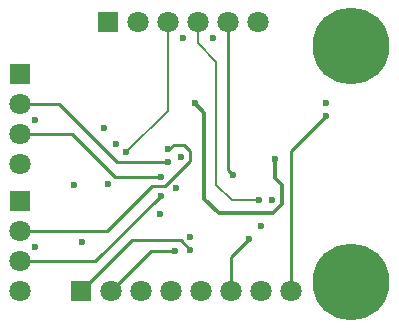
<source format=gbl>
G04*
G04 #@! TF.GenerationSoftware,Altium Limited,Altium Designer,24.10.1 (45)*
G04*
G04 Layer_Physical_Order=4*
G04 Layer_Color=16711680*
%FSLAX25Y25*%
%MOIN*%
G70*
G04*
G04 #@! TF.SameCoordinates,420246D5-23F9-42E6-AD95-1A962FCA9351*
G04*
G04*
G04 #@! TF.FilePolarity,Positive*
G04*
G01*
G75*
%ADD11C,0.01181*%
%ADD14C,0.01000*%
%ADD33C,0.00600*%
%ADD34C,0.07087*%
%ADD35R,0.07087X0.07087*%
%ADD36R,0.07087X0.07087*%
%ADD37C,0.25591*%
%ADD38C,0.02362*%
D11*
X73228Y43307D02*
Y72047D01*
X70079Y75197D02*
X73228Y72047D01*
Y43307D02*
X77953Y38583D01*
X96063D02*
X99213Y41732D01*
X77953Y38583D02*
X96063D01*
X99213Y41732D02*
Y47872D01*
X96850Y50234D02*
Y56693D01*
Y50234D02*
X99213Y47872D01*
D14*
X80945Y53110D02*
X82776Y51279D01*
X80945Y53110D02*
Y102362D01*
X82165Y12559D02*
Y23898D01*
X88189Y29921D01*
X44088Y55518D02*
X61160D01*
X11811Y74882D02*
X24724D01*
X44088Y55518D01*
X11811Y64882D02*
X29213D01*
X43279Y50816D02*
X58684D01*
X29213Y64882D02*
X43279Y50816D01*
X102165Y59252D02*
X113779Y70866D01*
X102165Y12559D02*
Y59252D01*
X32165Y12559D02*
X49134Y29528D01*
X65354D01*
X68504Y26378D01*
X42165Y12559D02*
X55590Y25984D01*
X63386D01*
X11811Y32559D02*
X40827D01*
X55905Y47638D02*
X60236D01*
X40827Y32559D02*
X55905Y47638D01*
X60236D02*
X68504Y55905D01*
Y59449D01*
X66535Y61417D02*
X68504Y59449D01*
X61023Y59846D02*
X61392D01*
X62963Y61417D01*
X66535D01*
X11811Y22559D02*
X36732D01*
X58661Y44488D01*
D33*
X70945Y95394D02*
Y102362D01*
X77165Y48031D02*
Y89173D01*
X70945Y95394D02*
X77165Y89173D01*
X47096Y58957D02*
X60945Y72805D01*
Y102362D01*
X77165Y48031D02*
X82284Y42913D01*
X91339D01*
D34*
X90945Y102362D02*
D03*
X80945D02*
D03*
X70945D02*
D03*
X50945D02*
D03*
X60945D02*
D03*
X82165Y12559D02*
D03*
X72165D02*
D03*
X62165D02*
D03*
X42165D02*
D03*
X52165D02*
D03*
X92165D02*
D03*
X102165D02*
D03*
X11811Y54882D02*
D03*
Y74882D02*
D03*
Y64882D02*
D03*
Y12559D02*
D03*
Y32559D02*
D03*
Y22559D02*
D03*
D35*
X40945Y102362D02*
D03*
X32165Y12559D02*
D03*
D36*
X11811Y84882D02*
D03*
Y42559D02*
D03*
D37*
X122047Y15748D02*
D03*
Y94488D02*
D03*
D38*
X88189Y29921D02*
D03*
X16929Y27362D02*
D03*
Y69685D02*
D03*
X75984Y96850D02*
D03*
X66142D02*
D03*
X43701Y61811D02*
D03*
X47096Y58957D02*
D03*
X113779Y75197D02*
D03*
Y70866D02*
D03*
X82776Y51279D02*
D03*
X95669Y42913D02*
D03*
X91339D02*
D03*
X70079Y75197D02*
D03*
X92126Y34252D02*
D03*
X68504Y30709D02*
D03*
X68504Y26378D02*
D03*
X63386Y25984D02*
D03*
X29921Y48031D02*
D03*
X40945Y48425D02*
D03*
X32283Y29134D02*
D03*
X58684Y50816D02*
D03*
X65354Y57480D02*
D03*
X61023Y59846D02*
D03*
X58661Y44488D02*
D03*
X63779Y46850D02*
D03*
X61160Y55518D02*
D03*
X96850Y56693D02*
D03*
X58268Y38189D02*
D03*
X39764Y66929D02*
D03*
X122047Y5906D02*
D03*
X112205Y15748D02*
D03*
X131890D02*
D03*
X122047Y25591D02*
D03*
X129007Y8788D02*
D03*
X115087D02*
D03*
X129007Y22708D02*
D03*
X115087D02*
D03*
X122047Y84646D02*
D03*
X112205Y94488D02*
D03*
X131890D02*
D03*
X122047Y104331D02*
D03*
X129007Y87529D02*
D03*
X115087D02*
D03*
X129007Y101448D02*
D03*
X115087D02*
D03*
M02*

</source>
